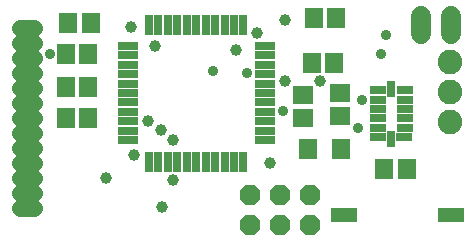
<source format=gts>
G75*
%MOIN*%
%OFA0B0*%
%FSLAX25Y25*%
%IPPOS*%
%LPD*%
%AMOC8*
5,1,8,0,0,1.08239X$1,22.5*
%
%ADD10R,0.05918X0.06706*%
%ADD11R,0.06706X0.05918*%
%ADD12R,0.06312X0.07099*%
%ADD13R,0.02769X0.06706*%
%ADD14R,0.06706X0.02769*%
%ADD15OC8,0.06800*%
%ADD16R,0.05224X0.02769*%
%ADD17R,0.02769X0.05224*%
%ADD18C,0.05556*%
%ADD19C,0.06800*%
%ADD20C,0.08200*%
%ADD21R,0.08700X0.05100*%
%ADD22C,0.03600*%
%ADD23C,0.03900*%
D10*
X0039122Y0050968D03*
X0046602Y0050968D03*
X0046594Y0061187D03*
X0039114Y0061187D03*
X0039114Y0072111D03*
X0046594Y0072111D03*
X0047396Y0082430D03*
X0039915Y0082430D03*
X0121812Y0084130D03*
X0129293Y0084130D03*
X0128585Y0069306D03*
X0121104Y0069306D03*
X0145261Y0034040D03*
X0152741Y0034040D03*
D11*
X0130649Y0051715D03*
X0130649Y0059196D03*
X0118039Y0058533D03*
X0118039Y0051052D03*
D12*
X0119770Y0040399D03*
X0130793Y0040399D03*
D13*
X0098330Y0036393D03*
X0095180Y0036393D03*
X0092031Y0036393D03*
X0088881Y0036393D03*
X0085732Y0036393D03*
X0082582Y0036393D03*
X0079432Y0036393D03*
X0076283Y0036393D03*
X0073133Y0036393D03*
X0069984Y0036393D03*
X0066834Y0036393D03*
X0066834Y0082062D03*
X0069984Y0082062D03*
X0073133Y0082062D03*
X0076283Y0082062D03*
X0079432Y0082062D03*
X0082582Y0082062D03*
X0085732Y0082062D03*
X0088881Y0082062D03*
X0092031Y0082062D03*
X0095180Y0082062D03*
X0098330Y0082062D03*
D14*
X0105417Y0074976D03*
X0105417Y0071826D03*
X0105417Y0068677D03*
X0105417Y0065527D03*
X0105417Y0062377D03*
X0105417Y0059228D03*
X0105417Y0056078D03*
X0105417Y0052929D03*
X0105417Y0049779D03*
X0105417Y0046629D03*
X0105417Y0043480D03*
X0059747Y0043480D03*
X0059747Y0046629D03*
X0059747Y0049779D03*
X0059747Y0052929D03*
X0059747Y0056078D03*
X0059747Y0059228D03*
X0059747Y0062377D03*
X0059747Y0065527D03*
X0059747Y0068677D03*
X0059747Y0071826D03*
X0059747Y0074976D03*
D15*
X0100406Y0025167D03*
X0110406Y0025167D03*
X0120406Y0025167D03*
X0120406Y0015167D03*
X0110406Y0015167D03*
X0100406Y0015167D03*
D16*
X0143060Y0044447D03*
X0143060Y0047596D03*
X0143060Y0050746D03*
X0143060Y0053895D03*
X0143060Y0057045D03*
X0143060Y0060195D03*
X0152021Y0060195D03*
X0152021Y0057045D03*
X0152021Y0053895D03*
X0152021Y0050746D03*
X0152021Y0047596D03*
X0151991Y0044447D03*
D17*
X0147540Y0044053D03*
X0147540Y0060588D03*
D18*
X0028471Y0020957D02*
X0023715Y0020957D01*
X0023715Y0025957D02*
X0028471Y0025957D01*
X0028471Y0030957D02*
X0023715Y0030957D01*
X0023715Y0035957D02*
X0028471Y0035957D01*
X0028471Y0040957D02*
X0023715Y0040957D01*
X0023715Y0045957D02*
X0028471Y0045957D01*
X0028471Y0050957D02*
X0023715Y0050957D01*
X0023715Y0055957D02*
X0028471Y0055957D01*
X0028471Y0060957D02*
X0023715Y0060957D01*
X0023715Y0065957D02*
X0028471Y0065957D01*
X0028471Y0070957D02*
X0023715Y0070957D01*
X0023715Y0075957D02*
X0028471Y0075957D01*
X0028471Y0080957D02*
X0023715Y0080957D01*
D19*
X0157579Y0078877D02*
X0157579Y0084877D01*
X0167579Y0084877D02*
X0167579Y0078877D01*
D20*
X0167076Y0069711D03*
X0167076Y0059711D03*
X0167076Y0049711D03*
D21*
X0167388Y0018551D03*
X0131988Y0018551D03*
D22*
X0136580Y0047722D03*
X0137980Y0056822D03*
X0144280Y0072222D03*
X0145680Y0078522D03*
X0111380Y0053322D03*
X0099480Y0065922D03*
X0088280Y0066622D03*
X0033680Y0072222D03*
D23*
X0060980Y0081322D03*
X0068680Y0075022D03*
X0095980Y0073622D03*
X0102980Y0079222D03*
X0112080Y0083422D03*
X0112080Y0063122D03*
X0123980Y0063122D03*
X0107280Y0035922D03*
X0074980Y0030222D03*
X0071304Y0021209D03*
X0052580Y0030922D03*
X0061680Y0038622D03*
X0070780Y0047022D03*
X0066580Y0049822D03*
X0074980Y0043522D03*
M02*

</source>
